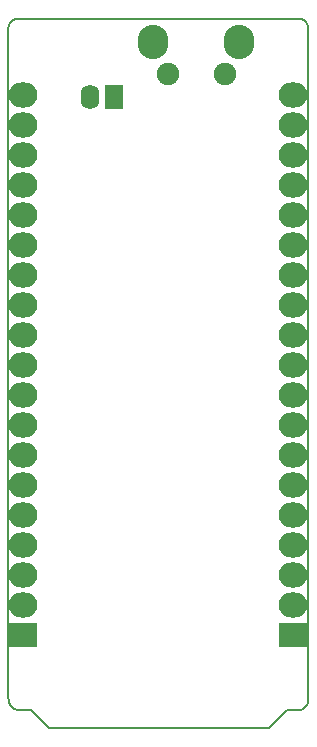
<source format=gbr>
G04 #@! TF.FileFunction,Soldermask,Bot*
%FSLAX46Y46*%
G04 Gerber Fmt 4.6, Leading zero omitted, Abs format (unit mm)*
G04 Created by KiCad (PCBNEW 4.0.4-stable) date 12/03/16 16:19:23*
%MOMM*%
%LPD*%
G01*
G04 APERTURE LIST*
%ADD10C,0.100000*%
%ADD11C,0.150000*%
%ADD12R,2.432000X2.127200*%
%ADD13O,2.432000X2.127200*%
%ADD14C,1.900000*%
%ADD15O,2.600000X2.900000*%
%ADD16R,1.598880X2.099260*%
%ADD17O,1.598880X2.099260*%
G04 APERTURE END LIST*
D10*
D11*
X80807120Y-127451475D02*
X99399920Y-127451475D01*
X80299120Y-126943474D02*
X80807120Y-127451475D01*
X79283120Y-125927474D02*
X80299120Y-126943474D01*
X99907920Y-126943475D02*
X99399920Y-127451475D01*
X100923920Y-125927475D02*
X99907920Y-126943475D01*
X101838320Y-125927474D02*
X100923920Y-125927475D01*
X101838321Y-125927475D02*
G75*
G03X102752720Y-125013074I-1J914400D01*
G01*
X102752720Y-68117075D02*
X102752720Y-125013074D01*
X77352720Y-124860675D02*
X77352720Y-68117075D01*
X79283120Y-125927474D02*
X78216320Y-125927475D01*
X77352719Y-124860674D02*
G75*
G03X78216320Y-125927475I965201J-101600D01*
G01*
X102752719Y-68117074D02*
G75*
G03X101787520Y-67355075I-863599J-101600D01*
G01*
X101787520Y-67355075D02*
X78317921Y-67355075D01*
X78317919Y-67355076D02*
G75*
G03X77352720Y-68117075I-101600J-863599D01*
G01*
D12*
X78622721Y-119577474D03*
D13*
X78622721Y-117037474D03*
X78622721Y-114497474D03*
X78622721Y-111957474D03*
X78622721Y-109417474D03*
X78622721Y-106877474D03*
X78622721Y-104337474D03*
X78622721Y-101797474D03*
X78622721Y-99257474D03*
X78622721Y-96717474D03*
X78622721Y-94177474D03*
X78622721Y-91637474D03*
X78622721Y-89097474D03*
X78622721Y-86557474D03*
X78622721Y-84017474D03*
X78622721Y-81477474D03*
X78622721Y-78937474D03*
X78622721Y-76397474D03*
X78622721Y-73857474D03*
D12*
X101482721Y-119577474D03*
D13*
X101482721Y-117037474D03*
X101482721Y-114497474D03*
X101482721Y-111957474D03*
X101482721Y-109417474D03*
X101482721Y-106877474D03*
X101482721Y-104337474D03*
X101482721Y-101797474D03*
X101482721Y-99257474D03*
X101482721Y-96717474D03*
X101482721Y-94177474D03*
X101482721Y-91637474D03*
X101482721Y-89097474D03*
X101482721Y-86557474D03*
X101482721Y-84017474D03*
X101482721Y-81477474D03*
X101482721Y-78937474D03*
X101482721Y-76397474D03*
X101482721Y-73857474D03*
D14*
X95678120Y-72028674D03*
D15*
X96878120Y-69378674D03*
D14*
X90828120Y-72028674D03*
D15*
X89628120Y-69378674D03*
D16*
X86278280Y-74009874D03*
D17*
X84276760Y-74009874D03*
M02*

</source>
